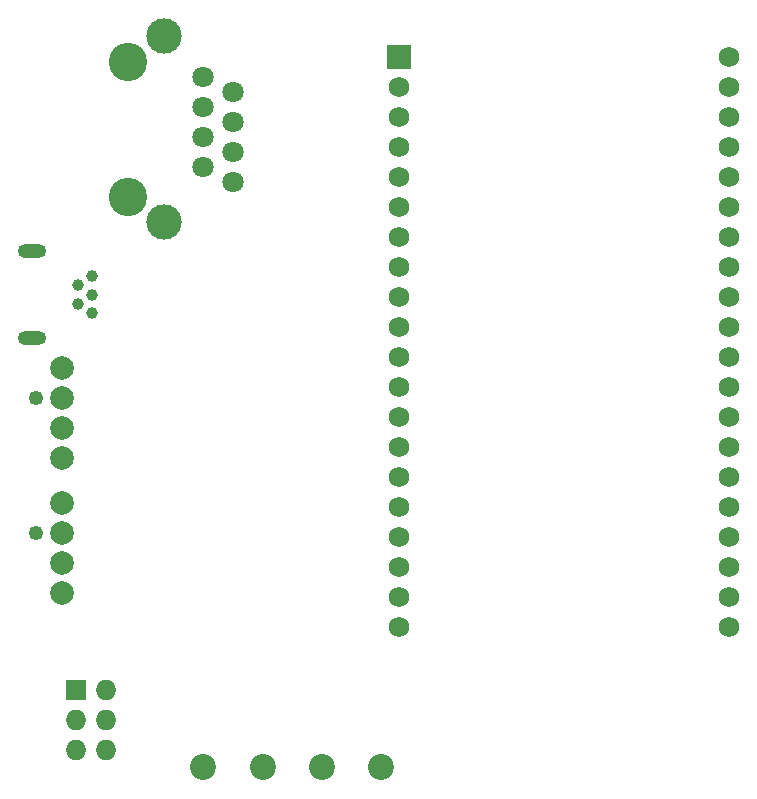
<source format=gbr>
%TF.GenerationSoftware,KiCad,Pcbnew,(5.99.0-10628-ga06f965ffa)*%
%TF.CreationDate,2021-11-10T20:23:20+01:00*%
%TF.ProjectId,16seg_Controller,31367365-675f-4436-9f6e-74726f6c6c65,1.0*%
%TF.SameCoordinates,Original*%
%TF.FileFunction,Soldermask,Bot*%
%TF.FilePolarity,Negative*%
%FSLAX46Y46*%
G04 Gerber Fmt 4.6, Leading zero omitted, Abs format (unit mm)*
G04 Created by KiCad (PCBNEW (5.99.0-10628-ga06f965ffa)) date 2021-11-10 20:23:20*
%MOMM*%
%LPD*%
G01*
G04 APERTURE LIST*
%ADD10C,1.250000*%
%ADD11C,2.000000*%
%ADD12C,1.000000*%
%ADD13O,2.400000X1.200000*%
%ADD14C,3.250000*%
%ADD15C,1.800000*%
%ADD16C,3.000000*%
%ADD17R,1.727200X1.727200*%
%ADD18O,1.727200X1.727200*%
%ADD19R,2.000000X2.000000*%
%ADD20C,1.750000*%
%ADD21C,2.200000*%
G04 APERTURE END LIST*
D10*
%TO.C,J4*%
X63340000Y-105230000D03*
D11*
X65500000Y-110310000D03*
X65500000Y-107770000D03*
X65500000Y-105230000D03*
X65500000Y-102690000D03*
%TD*%
D12*
%TO.C,J2*%
X68050000Y-83400000D03*
X66850000Y-84200000D03*
X68050000Y-85000000D03*
X66850000Y-85800000D03*
X68050000Y-86600000D03*
D13*
X63000000Y-88650000D03*
X63000000Y-81350000D03*
%TD*%
D14*
%TO.C,J6*%
X71100000Y-65285000D03*
X71100000Y-76715000D03*
D15*
X79990000Y-75445000D03*
X77450000Y-74175000D03*
X79990000Y-72905000D03*
X77450000Y-71635000D03*
X79990000Y-70365000D03*
X77450000Y-69095000D03*
X79990000Y-67825000D03*
X77450000Y-66555000D03*
D16*
X74150000Y-63125000D03*
X74150000Y-78875000D03*
%TD*%
D17*
%TO.C,J5*%
X66730000Y-118460000D03*
D18*
X69270000Y-118460000D03*
X66730000Y-121000000D03*
X69270000Y-121000000D03*
X66730000Y-123540000D03*
X69270000Y-123540000D03*
%TD*%
D19*
%TO.C,A1*%
X94030000Y-64870000D03*
D20*
X94030000Y-67410000D03*
X94030000Y-69950000D03*
X94030000Y-72490000D03*
X94030000Y-75030000D03*
X94030000Y-77570000D03*
X94030000Y-80110000D03*
X94030000Y-82650000D03*
X94030000Y-85190000D03*
X94030000Y-87730000D03*
X94030000Y-90270000D03*
X94030000Y-92810000D03*
X94030000Y-95350000D03*
X94030000Y-97890000D03*
X94030000Y-100430000D03*
X94030000Y-102970000D03*
X94030000Y-105510000D03*
X94030000Y-108050000D03*
X94030000Y-110590000D03*
X94030000Y-113130000D03*
X121970000Y-113130000D03*
X121970000Y-110590000D03*
X121970000Y-108050000D03*
X121970000Y-105510000D03*
X121970000Y-102970000D03*
X121970000Y-100430000D03*
X121970000Y-97890000D03*
X121970000Y-95350000D03*
X121970000Y-92810000D03*
X121970000Y-90270000D03*
X121970000Y-87730000D03*
X121970000Y-85190000D03*
X121970000Y-82650000D03*
X121970000Y-80110000D03*
X121970000Y-77570000D03*
X121970000Y-75030000D03*
X121970000Y-72490000D03*
X121970000Y-69950000D03*
X121970000Y-67410000D03*
X121970000Y-64870000D03*
%TD*%
D10*
%TO.C,J3*%
X63340000Y-93730000D03*
D11*
X65500000Y-98810000D03*
X65500000Y-96270000D03*
X65500000Y-93730000D03*
X65500000Y-91190000D03*
%TD*%
D21*
%TO.C,J1*%
X77500000Y-125000000D03*
X82500000Y-125000000D03*
X87500000Y-125000000D03*
X92500000Y-125000000D03*
%TD*%
M02*

</source>
